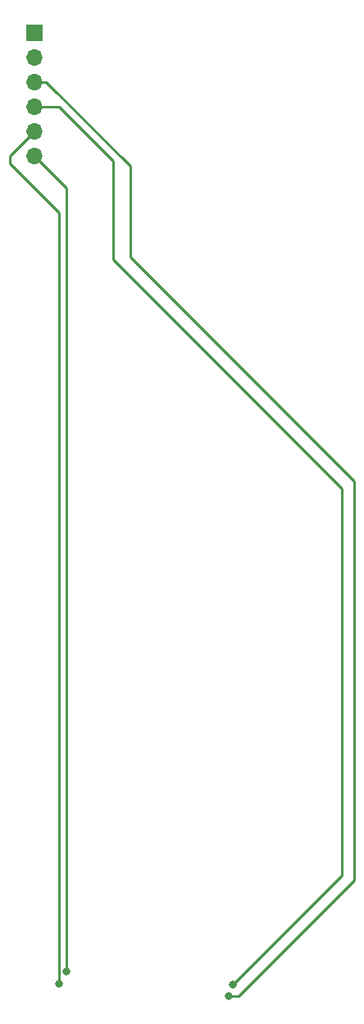
<source format=gbr>
%TF.GenerationSoftware,KiCad,Pcbnew,(6.0.0-0)*%
%TF.CreationDate,2022-02-03T16:21:42-05:00*%
%TF.ProjectId,Coin_Slots,436f696e-5f53-46c6-9f74-732e6b696361,rev?*%
%TF.SameCoordinates,Original*%
%TF.FileFunction,Copper,L2,Bot*%
%TF.FilePolarity,Positive*%
%FSLAX46Y46*%
G04 Gerber Fmt 4.6, Leading zero omitted, Abs format (unit mm)*
G04 Created by KiCad (PCBNEW (6.0.0-0)) date 2022-02-03 16:21:42*
%MOMM*%
%LPD*%
G01*
G04 APERTURE LIST*
%TA.AperFunction,ComponentPad*%
%ADD10R,1.700000X1.700000*%
%TD*%
%TA.AperFunction,ComponentPad*%
%ADD11O,1.700000X1.700000*%
%TD*%
%TA.AperFunction,ViaPad*%
%ADD12C,0.800000*%
%TD*%
%TA.AperFunction,Conductor*%
%ADD13C,0.250000*%
%TD*%
G04 APERTURE END LIST*
D10*
%TO.P,J1,1,Pin_1*%
%TO.N,GND*%
X109474000Y-66802000D03*
D11*
%TO.P,J1,2,Pin_2*%
%TO.N,+5V*%
X109474000Y-69342000D03*
%TO.P,J1,3,Pin_3*%
%TO.N,/C1C*%
X109474000Y-71882000D03*
%TO.P,J1,4,Pin_4*%
%TO.N,/C1D*%
X109474000Y-74422000D03*
%TO.P,J1,5,Pin_5*%
%TO.N,/C2C*%
X109474000Y-76962000D03*
%TO.P,J1,6,Pin_6*%
%TO.N,/C2D*%
X109474000Y-79502000D03*
%TD*%
D12*
%TO.N,/C2D*%
X112776000Y-163576000D03*
%TO.N,/C2C*%
X112014000Y-164846000D03*
%TO.N,/C1C*%
X129540000Y-166116000D03*
%TO.N,/C1D*%
X129921000Y-164973000D03*
%TD*%
D13*
%TO.N,/C2D*%
X112776000Y-163576000D02*
X112776000Y-82804000D01*
X112776000Y-82804000D02*
X109474000Y-79502000D01*
%TO.N,/C2C*%
X106934000Y-79502000D02*
X109474000Y-76962000D01*
X112014000Y-85344000D02*
X106934000Y-80264000D01*
X112014000Y-164846000D02*
X112014000Y-85344000D01*
X106934000Y-80264000D02*
X106934000Y-79502000D01*
%TO.N,/C1C*%
X130556000Y-166116000D02*
X129540000Y-166116000D01*
X142494000Y-113030000D02*
X142494000Y-154178000D01*
X142494000Y-154178000D02*
X130556000Y-166116000D01*
X119380000Y-89916000D02*
X142494000Y-113030000D01*
X110676081Y-71882000D02*
X119380000Y-80585919D01*
X109474000Y-71882000D02*
X110676081Y-71882000D01*
X119380000Y-80585919D02*
X119380000Y-89916000D01*
%TO.N,/C1D*%
X141224000Y-113792000D02*
X117602000Y-90170000D01*
X129921000Y-164973000D02*
X141224000Y-153670000D01*
X112014000Y-74422000D02*
X109474000Y-74422000D01*
X117602000Y-90170000D02*
X117602000Y-80010000D01*
X141224000Y-153670000D02*
X141224000Y-113792000D01*
X117602000Y-80010000D02*
X112014000Y-74422000D01*
%TD*%
M02*

</source>
